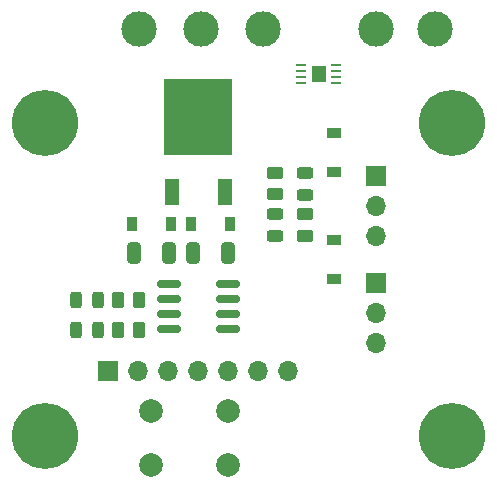
<source format=gbr>
%TF.GenerationSoftware,KiCad,Pcbnew,(6.99.0-228-g2fdbc41b8f)*%
%TF.CreationDate,2022-01-21T20:17:30+01:00*%
%TF.ProjectId,mob,6d6f622e-6b69-4636-9164-5f7063625858,rev?*%
%TF.SameCoordinates,Original*%
%TF.FileFunction,Soldermask,Top*%
%TF.FilePolarity,Negative*%
%FSLAX46Y46*%
G04 Gerber Fmt 4.6, Leading zero omitted, Abs format (unit mm)*
G04 Created by KiCad (PCBNEW (6.99.0-228-g2fdbc41b8f)) date 2022-01-21 20:17:30*
%MOMM*%
%LPD*%
G01*
G04 APERTURE LIST*
G04 Aperture macros list*
%AMRoundRect*
0 Rectangle with rounded corners*
0 $1 Rounding radius*
0 $2 $3 $4 $5 $6 $7 $8 $9 X,Y pos of 4 corners*
0 Add a 4 corners polygon primitive as box body*
4,1,4,$2,$3,$4,$5,$6,$7,$8,$9,$2,$3,0*
0 Add four circle primitives for the rounded corners*
1,1,$1+$1,$2,$3*
1,1,$1+$1,$4,$5*
1,1,$1+$1,$6,$7*
1,1,$1+$1,$8,$9*
0 Add four rect primitives between the rounded corners*
20,1,$1+$1,$2,$3,$4,$5,0*
20,1,$1+$1,$4,$5,$6,$7,0*
20,1,$1+$1,$6,$7,$8,$9,0*
20,1,$1+$1,$8,$9,$2,$3,0*%
G04 Aperture macros list end*
%ADD10C,2.000000*%
%ADD11R,1.700000X1.700000*%
%ADD12O,1.700000X1.700000*%
%ADD13C,5.600000*%
%ADD14C,3.000000*%
%ADD15R,1.200000X2.200000*%
%ADD16R,5.800000X6.400000*%
%ADD17R,1.200000X0.900000*%
%ADD18RoundRect,0.243750X0.456250X-0.243750X0.456250X0.243750X-0.456250X0.243750X-0.456250X-0.243750X0*%
%ADD19RoundRect,0.243750X-0.456250X0.243750X-0.456250X-0.243750X0.456250X-0.243750X0.456250X0.243750X0*%
%ADD20RoundRect,0.243750X-0.243750X-0.456250X0.243750X-0.456250X0.243750X0.456250X-0.243750X0.456250X0*%
%ADD21R,0.900000X1.200000*%
%ADD22RoundRect,0.250000X-0.325000X-0.650000X0.325000X-0.650000X0.325000X0.650000X-0.325000X0.650000X0*%
%ADD23RoundRect,0.250000X-0.262500X-0.450000X0.262500X-0.450000X0.262500X0.450000X-0.262500X0.450000X0*%
%ADD24RoundRect,0.062500X-0.325000X-0.062500X0.325000X-0.062500X0.325000X0.062500X-0.325000X0.062500X0*%
%ADD25R,1.300000X1.400000*%
%ADD26RoundRect,0.250000X0.450000X-0.262500X0.450000X0.262500X-0.450000X0.262500X-0.450000X-0.262500X0*%
%ADD27RoundRect,0.250000X-0.450000X0.262500X-0.450000X-0.262500X0.450000X-0.262500X0.450000X0.262500X0*%
%ADD28RoundRect,0.150000X0.825000X0.150000X-0.825000X0.150000X-0.825000X-0.150000X0.825000X-0.150000X0*%
%ADD29RoundRect,0.250000X0.325000X0.650000X-0.325000X0.650000X-0.325000X-0.650000X0.325000X-0.650000X0*%
G04 APERTURE END LIST*
D10*
%TO.C,SW1*%
X163000000Y-79900000D03*
X163000000Y-75400000D03*
X169500000Y-79900000D03*
X169500000Y-75400000D03*
%TD*%
D11*
%TO.C,J8*%
X159375000Y-72000000D03*
D12*
X161915000Y-72000000D03*
X164455000Y-72000000D03*
X166995000Y-72000000D03*
X169535000Y-72000000D03*
X172075000Y-72000000D03*
X174615000Y-72000000D03*
%TD*%
D13*
%TO.C,H4*%
X188500000Y-77500000D03*
%TD*%
%TO.C,H3*%
X154000000Y-77500000D03*
%TD*%
%TO.C,H2*%
X188500000Y-51000000D03*
%TD*%
%TO.C,H1*%
X154000000Y-51000000D03*
%TD*%
D14*
%TO.C,JGND1*%
X167200000Y-43000000D03*
%TD*%
%TO.C,J12V1*%
X162000000Y-43000000D03*
%TD*%
%TO.C,J5V1*%
X172500000Y-43000000D03*
%TD*%
D15*
%TO.C,U3*%
X164720000Y-56800000D03*
X169280000Y-56800000D03*
D16*
X167000000Y-50500000D03*
%TD*%
D17*
%TO.C,D8*%
X178500000Y-55150000D03*
X178500000Y-51850000D03*
%TD*%
D18*
%TO.C,D7*%
X173500000Y-60550000D03*
X173500000Y-58675000D03*
%TD*%
D19*
%TO.C,D6*%
X176000000Y-55202500D03*
X176000000Y-57077500D03*
%TD*%
D20*
%TO.C,D5*%
X156625000Y-68500000D03*
X158500000Y-68500000D03*
%TD*%
%TO.C,D4*%
X156625000Y-66000000D03*
X158500000Y-66000000D03*
%TD*%
D17*
%TO.C,D2*%
X178500000Y-64150000D03*
X178500000Y-60850000D03*
%TD*%
D21*
%TO.C,D3*%
X169650000Y-59500000D03*
X166350000Y-59500000D03*
%TD*%
%TO.C,D1*%
X161350000Y-59500000D03*
X164650000Y-59500000D03*
%TD*%
D22*
%TO.C,C2*%
X166525000Y-62000000D03*
X169475000Y-62000000D03*
%TD*%
D14*
%TO.C,J3*%
X182000000Y-43000000D03*
%TD*%
D11*
%TO.C,J2*%
X182025000Y-55475000D03*
D12*
X182025000Y-58015000D03*
X182025000Y-60555000D03*
%TD*%
D23*
%TO.C,R3*%
X160150000Y-66000000D03*
X161975000Y-66000000D03*
%TD*%
D24*
%TO.C,U2*%
X175712500Y-46100000D03*
X175712500Y-46600000D03*
X175712500Y-47100000D03*
X175712500Y-47600000D03*
X178637500Y-47600000D03*
X178637500Y-47100000D03*
X178637500Y-46600000D03*
X178637500Y-46100000D03*
D25*
X177175000Y-46850000D03*
%TD*%
D26*
%TO.C,R6*%
X173500000Y-57000000D03*
X173500000Y-55175000D03*
%TD*%
D27*
%TO.C,R5*%
X176000000Y-58727500D03*
X176000000Y-60552500D03*
%TD*%
D11*
%TO.C,J1*%
X182000000Y-64500000D03*
D12*
X182000000Y-67040000D03*
X182000000Y-69580000D03*
%TD*%
D14*
%TO.C,J4*%
X187000000Y-43000000D03*
%TD*%
D23*
%TO.C,R4*%
X160150000Y-68500000D03*
X161975000Y-68500000D03*
%TD*%
D28*
%TO.C,U1*%
X169475000Y-68405000D03*
X169475000Y-67135000D03*
X169475000Y-65865000D03*
X169475000Y-64595000D03*
X164525000Y-64595000D03*
X164525000Y-65865000D03*
X164525000Y-67135000D03*
X164525000Y-68405000D03*
%TD*%
D29*
%TO.C,C1*%
X164475000Y-62000000D03*
X161525000Y-62000000D03*
%TD*%
M02*

</source>
